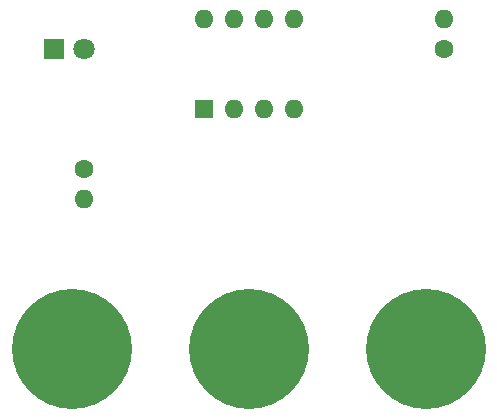
<source format=gbr>
%TF.GenerationSoftware,KiCad,Pcbnew,(5.1.10)-1*%
%TF.CreationDate,2021-07-14T02:51:18+08:00*%
%TF.ProjectId,20210714,32303231-3037-4313-942e-6b696361645f,rev?*%
%TF.SameCoordinates,Original*%
%TF.FileFunction,Soldermask,Bot*%
%TF.FilePolarity,Negative*%
%FSLAX46Y46*%
G04 Gerber Fmt 4.6, Leading zero omitted, Abs format (unit mm)*
G04 Created by KiCad (PCBNEW (5.1.10)-1) date 2021-07-14 02:51:18*
%MOMM*%
%LPD*%
G01*
G04 APERTURE LIST*
%ADD10R,1.800000X1.800000*%
%ADD11C,1.800000*%
%ADD12C,10.160000*%
%ADD13O,1.600000X1.600000*%
%ADD14C,1.600000*%
%ADD15R,1.600000X1.600000*%
G04 APERTURE END LIST*
D10*
%TO.C,D1*%
X101600000Y-72390000D03*
D11*
X104140000Y-72390000D03*
%TD*%
D12*
%TO.C,J1*%
X103120000Y-97790000D03*
X133090000Y-97790000D03*
X118110000Y-97790000D03*
%TD*%
D13*
%TO.C,R1*%
X134620000Y-69850000D03*
D14*
X134620000Y-72390000D03*
%TD*%
%TO.C,R2*%
X104140000Y-82550000D03*
D13*
X104140000Y-85090000D03*
%TD*%
D15*
%TO.C,U1*%
X114300000Y-77470000D03*
D13*
X121920000Y-69850000D03*
X116840000Y-77470000D03*
X119380000Y-69850000D03*
X119380000Y-77470000D03*
X116840000Y-69850000D03*
X121920000Y-77470000D03*
X114300000Y-69850000D03*
%TD*%
M02*

</source>
